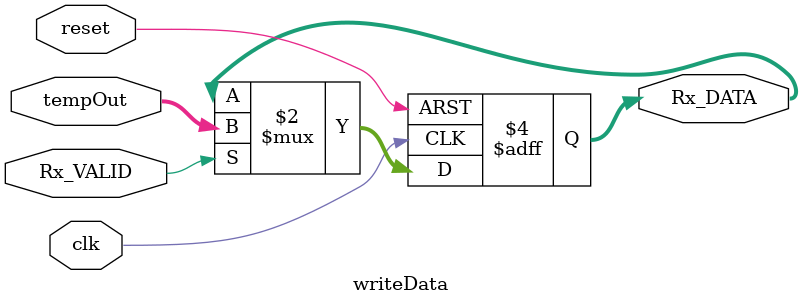
<source format=v>
module writeData(reset, clk, Rx_VALID, tempOut, Rx_DATA);

input reset, clk;
input Rx_VALID;
input [7:0] tempOut;

output reg [7:0] Rx_DATA;

// Write data to register
always @(posedge clk or posedge reset) begin
    if (reset) Rx_DATA <= 'b0;                      // When reset is activated initialize data reg to zero
    else if (Rx_VALID) Rx_DATA <= tempOut;          // When Rx_VALID/Enable is set to 1 write data in the register
end


endmodule
</source>
